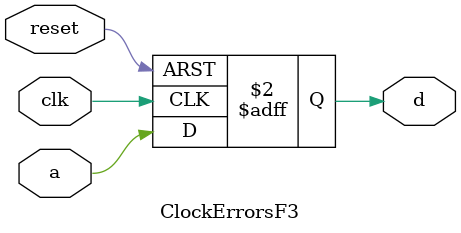
<source format=v>
module ClockErrorsF3(input wire clk,
                   input wire reset,
                   input wire a,
                   output reg d);
always@(posedge clk or posedge reset)begin
    if(reset)begin
      d <= 1'b0;
    end
    else if(clk) begin
      d <= a;
    end
  end
endmodule


</source>
